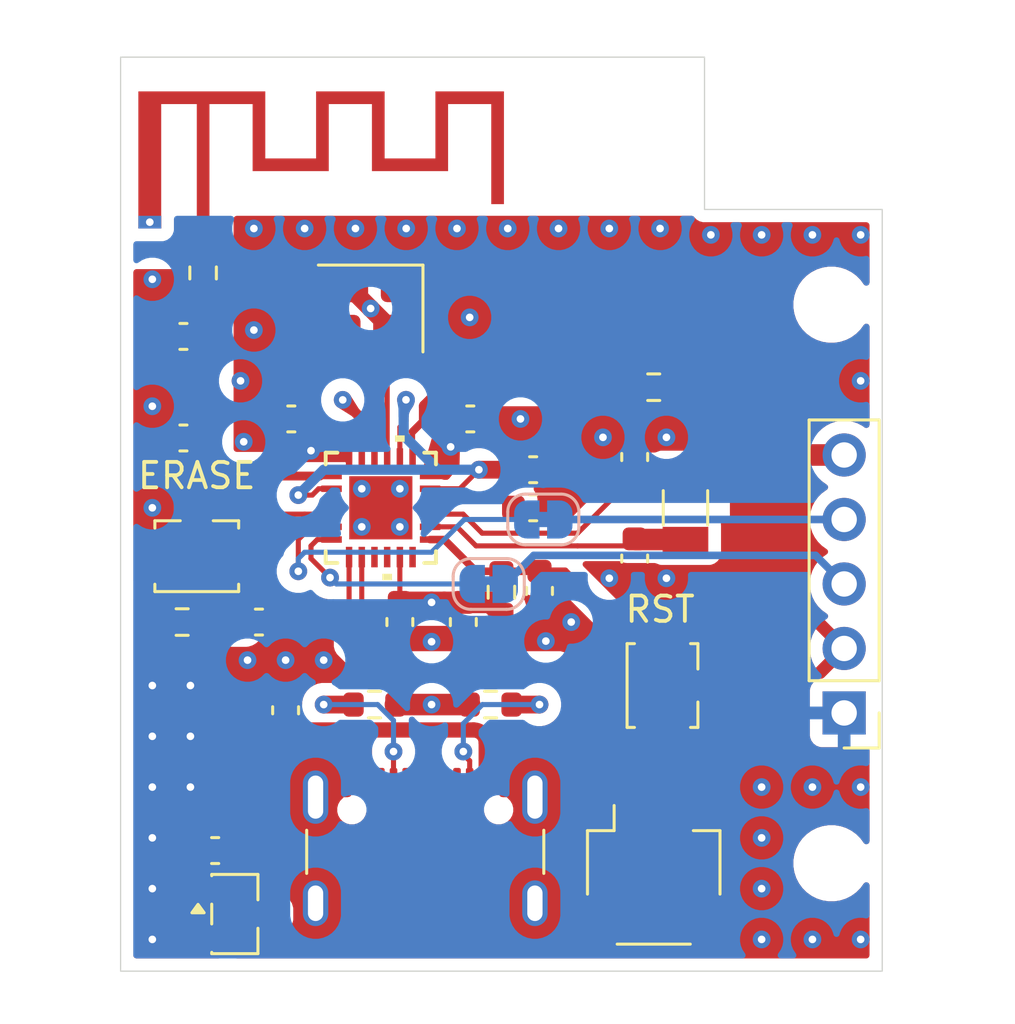
<source format=kicad_pcb>
(kicad_pcb (version 20241229) (generator "pcbnew") (generator_version "9.0")
  (layers (0 "F.Cu" signal) (4 "In1.Cu" signal) (6 "In2.Cu" signal) (2 "B.Cu" signal) (13 "F.Paste" user) (15 "B.Paste" user) (5 "F.SilkS" user "F.Silkscreen") (7 "B.SilkS" user "B.Silkscreen") (1 "F.Mask" user) (3 "B.Mask" user) (25 "Edge.Cuts" user))
  (net 0 "")
  (net 1 "+3V3")
  (net 2 "GND")
  (net 3 "Net-(U1-X48P)")
  (net 4 "Net-(U1-X48N)")
  (net 5 "Net-(U1-VDDD)")
  (net 6 "Net-(U1-DIO3_X32P)")
  (net 7 "Net-(U1-DIO4_X32N)")
  (net 8 "Net-(U1-RSTN)")
  (net 9 "/RF_MCU")
  (net 10 "/RF_IMP_MATCH")
  (net 11 "/RF_ANTENNA")
  (net 12 "Net-(J2-Pin_1)")
  (net 13 "Net-(J2-Pin_2)")
  (net 20 "+VBUS")
  (net 24 "/+VDDR")
  (net 25 "/CC2")
  (net 26 "/CC1")
  (net 27 "/UART_RX")
  (net 28 "/UART_TX")
  (net 29 "/SEN_OUT")
  (net 30 "/SEN_OUT_MCU")
  (net 31 "/UART_RX_OUT")
  (net 32 "/UART_TX_OUT")
  (net 33 "/ERASE")
  (footprint "Capacitor_SMD:C_0603_1608Metric" (layer "F.Cu") (at 150 104.25 -90)
    (property "Reference" "C2" (hide yes))
    (property "Value" "0u1")
    (pad "1" smd roundrect (at -0.775 0 270) (size 0.9 0.95) (layers "F.Cu" "F.Mask" "F.Paste") (net 1 "+3V3"))
    (pad "2" smd roundrect (at 0.775 0 270) (size 0.9 0.95) (layers "F.Cu" "F.Mask" "F.Paste") (net 2 "GND"))
  )
  (footprint "Crystal:Crystal_SMD_3225-4Pin_3.2x2.5mm" (layer "F.Cu") (at 148.85 91.9 180)
    (property "Reference" "Y1" (hide yes))
    (property "Value" "48M")
    (pad "1" smd roundrect (at -1.1 0.85 180) (size 1.4 1.2) (layers "F.Cu" "F.Mask" "F.Paste") (roundrect_rratio 0.208333) (net 3 "Net-(U1-X48P)"))
    (pad "2" smd roundrect (at 1.1 0.85 180) (size 1.4 1.2) (layers "F.Cu" "F.Mask" "F.Paste") (roundrect_rratio 0.208333) (net 2 "GND"))
    (pad "3" smd roundrect (at 1.1 -0.85 180) (size 1.4 1.2) (layers "F.Cu" "F.Mask" "F.Paste") (roundrect_rratio 0.208333) (net 4 "Net-(U1-X48N)"))
    (pad "4" smd roundrect (at -1.1 -0.85 180) (size 1.4 1.2) (layers "F.Cu" "F.Mask" "F.Paste") (roundrect_rratio 0.208333) (net 2 "GND"))
  )
  (footprint "Capacitor_SMD:C_0603_1608Metric" (layer "F.Cu") (at 152.5 104.25 -90)
    (property "Reference" "C4" (hide yes))
    (property "Value" "10u")
    (pad "1" smd roundrect (at -0.775 0 270) (size 0.9 0.95) (layers "F.Cu" "F.Mask" "F.Paste") (net 1 "+3V3"))
    (pad "2" smd roundrect (at 0.775 0 270) (size 0.9 0.95) (layers "F.Cu" "F.Mask" "F.Paste") (net 2 "GND"))
  )
  (footprint "Resistor_SMD:R_0603_1608Metric" (layer "F.Cu") (at 154 103.075 -90)
    (property "Reference" "R1" (hide yes))
    (property "Value" "5k1")
    (pad "1" smd roundrect (at -0.825 0 270) (size 0.8 0.95) (layers "F.Cu" "F.Mask" "F.Paste") (net 8 "Net-(U1-RSTN)"))
    (pad "2" smd roundrect (at 0.825 0 270) (size 0.8 0.95) (layers "F.Cu" "F.Mask" "F.Paste") (net 1 "+3V3"))
  )
  (footprint "Capacitor_SMD:C_0603_1608Metric" (layer "F.Cu") (at 142.725 113.25)
    (property "Reference" "C8" (hide yes))
    (property "Value" "1u")
    (pad "1" smd roundrect (at -0.775 0) (size 0.9 0.95) (layers "F.Cu" "F.Mask" "F.Paste") (net 1 "+3V3"))
    (pad "2" smd roundrect (at 0.775 0) (size 0.9 0.95) (layers "F.Cu" "F.Mask" "F.Paste") (net 2 "GND"))
  )
  (footprint "Capacitor_SMD:C_0603_1608Metric" (layer "F.Cu") (at 155.5 103.025 -90)
    (property "Reference" "C13" (hide yes))
    (property "Value" "1u")
    (pad "1" smd roundrect (at -0.775 0 270) (size 0.9 0.95) (layers "F.Cu" "F.Mask" "F.Paste") (net 8 "Net-(U1-RSTN)"))
    (pad "2" smd roundrect (at 0.775 0 270) (size 0.9 0.95) (layers "F.Cu" "F.Mask" "F.Paste") (net 2 "GND"))
  )
  (footprint "Capacitor_SMD:C_0603_1608Metric" (layer "F.Cu") (at 141.475 97 180)
    (property "Reference" "C14" (hide yes))
    (property "Value" "1p5")
    (pad "1" smd roundrect (at -0.775 0 180) (size 0.9 0.95) (layers "F.Cu" "F.Mask" "F.Paste") (net 9 "/RF_MCU"))
    (pad "2" smd roundrect (at 0.775 0 180) (size 0.9 0.95) (layers "F.Cu" "F.Mask" "F.Paste") (net 2 "GND"))
  )
  (footprint "Connector_USB:USB_C_Receptacle_GCT_USB4105-xx-A_16P_TopMnt_Horizontal" (layer "F.Cu") (at 151 114.25)
    (property "Reference" "J3" (hide yes))
    (property "Value" "USB_C_Receptacle_USB2.0_16P")
    (pad "" np_thru_hole circle (at -2.89 -2.605) (size 0.65 0.65) (drill 0.65) (layers "*.Cu" "*.Mask"))
    (pad "" np_thru_hole circle (at 2.89 -2.605) (size 0.65 0.65) (drill 0.65) (layers "*.Cu" "*.Mask"))
    (pad "A1" smd roundrect (at -3.2 -3.68) (size 0.6 1.15) (layers "F.Cu" "F.Mask" "F.Paste") (net 2 "GND"))
    (pad "A4" smd roundrect (at -2.4 -3.68) (size 0.6 1.15) (layers "F.Cu" "F.Mask" "F.Paste") (net 20 "+VBUS"))
    (pad "A5" smd roundrect (at -1.25 -3.68) (size 0.3 1.15) (layers "F.Cu" "F.Mask" "F.Paste") (net 26 "/CC1"))
    (pad "A6" smd roundrect (at -0.25 -3.68) (size 0.3 1.15) (layers "F.Cu" "F.Mask" "F.Paste"))
    (pad "A7" smd roundrect (at 0.25 -3.68) (size 0.3 1.15) (layers "F.Cu" "F.Mask" "F.Paste"))
    (pad "A8" smd roundrect (at 1.25 -3.68) (size 0.3 1.15) (layers "F.Cu" "F.Mask" "F.Paste"))
    (pad "A9" smd roundrect (at 2.4 -3.68) (size 0.6 1.15) (layers "F.Cu" "F.Mask" "F.Paste") (net 20 "+VBUS"))
    (pad "A12" smd roundrect (at 3.2 -3.68) (size 0.6 1.15) (layers "F.Cu" "F.Mask" "F.Paste") (net 2 "GND"))
    (pad "B1" smd roundrect (at 3.2 -3.68) (size 0.6 1.15) (layers "F.Cu" "F.Mask" "F.Paste") (net 2 "GND"))
    (pad "B4" smd roundrect (at 2.4 -3.68) (size 0.6 1.15) (layers "F.Cu" "F.Mask" "F.Paste") (net 20 "+VBUS"))
    (pad "B5" smd roundrect (at 1.75 -3.68) (size 0.3 1.15) (layers "F.Cu" "F.Mask" "F.Paste") (net 25 "/CC2"))
    (pad "B6" smd roundrect (at 0.75 -3.68) (size 0.3 1.15) (layers "F.Cu" "F.Mask" "F.Paste"))
    (pad "B7" smd roundrect (at -0.75 -3.68) (size 0.3 1.15) (layers "F.Cu" "F.Mask" "F.Paste"))
    (pad "B8" smd roundrect (at -1.75 -3.68) (size 0.3 1.15) (layers "F.Cu" "F.Mask" "F.Paste"))
    (pad "B9" smd roundrect (at -2.4 -3.68) (size 0.6 1.15) (layers "F.Cu" "F.Mask" "F.Paste") (net 20 "+VBUS"))
    (pad "B12" smd roundrect (at -3.2 -3.68) (size 0.6 1.15) (layers "F.Cu" "F.Mask" "F.Paste") (net 2 "GND"))
    (pad "S1" thru_hole oval (at -4.32 -3.105) (size 1 2.1) (drill oval 0.6 1.7) (property pad_prop_heatsink) (layers "*.Cu" "*.Mask" "F.Paste") (net 2 "GND"))
    (pad "S1" thru_hole oval (at -4.32 1.075) (size 1 1.8) (drill oval 0.6 1.4) (property pad_prop_heatsink) (layers "*.Cu" "*.Mask" "F.Paste") (net 2 "GND"))
    (pad "S1" thru_hole oval (at 4.32 -3.105) (size 1 2.1) (drill oval 0.6 1.7) (property pad_prop_heatsink) (layers "*.Cu" "*.Mask" "F.Paste") (net 2 "GND"))
    (pad "S1" thru_hole oval (at 4.32 1.075) (size 1 1.8) (drill oval 0.6 1.4) (property pad_prop_heatsink) (layers "*.Cu" "*.Mask" "F.Paste") (net 2 "GND"))
  )
  (footprint "Capacitor_SMD:C_0603_1608Metric" (layer "F.Cu") (at 155.25 99.75 180)
    (property "Reference" "C7" (hide yes))
    (property "Value" "1u")
    (pad "1" smd roundrect (at -0.775 0 180) (size 0.9 0.95) (layers "F.Cu" "F.Mask" "F.Paste") (net 2 "GND"))
    (pad "2" smd roundrect (at 0.775 0 180) (size 0.9 0.95) (layers "F.Cu" "F.Mask" "F.Paste") (net 5 "Net-(U1-VDDD)"))
  )
  (footprint "RF_Antenna:Texas_SWRA117D_2.4GHz_Right" (layer "F.Cu") (at 142.25 88.5)
    (property "Reference" "J1" (hide yes))
    (property "Value" "Conn_Coaxial")
    (fp_poly (pts (xy 2.45 -2.51) (xy 4.45 -2.51) (xy 4.45 -5.15) (xy 7.15 -5.15) (xy 7.15 -2.51) (xy 9.15 -2.51) (xy 9.15 -5.15) (xy 11.85 -5.15) (xy 11.85 -0.71) (xy 11.35 -0.71) (xy 11.35 -4.65) (xy 9.65 -4.65) (xy 9.65 -2.01) (xy 6.65 -2.01) (xy 6.65 -4.65) (xy 4.95 -4.65) (xy 4.95 -2.01) (xy 1.95 -2.01) (xy 1.95 -4.65) (xy 0.25 -4.65) (xy 0.25 0.25) (xy -0.25 0.25) (xy -0.25 -4.65) (xy -1.65 -4.65) (xy -1.65 0.25) (xy -2.55 0.25) (xy -2.55 0.006785) (xy -2.247583 0.006785) (xy -2.237742 0.054395) (xy -2.213674 0.096797) (xy -2.175731 0.129581) (xy -2.167819 0.133935) (xy -2.125156 0.146043) (xy -2.076637 0.1453) (xy -2.031122 0.1324) (xy -2.012511 0.121787) (xy -1.978868 0.086553) (xy -1.958309 0.041368) (xy -1.951778 -0.008158) (xy -1.960218 -0.056417) (xy -1.977112 -0.088643) (xy -2.012372 -0.121313) (xy -2.057682 -0.141408) (xy -2.107267 -0.147982) (xy -2.155353 -0.140092) (xy -2.188245 -0.123186) (xy -2.223185 -0.086416) (xy -2.242847 -0.041622) (xy -2.247583 0.006785) (xy -2.55 0.006785) (xy -2.55 -5.15) (xy 2.45 -5.15) (xy 2.45 -2.51)) (fill yes) (layer "F.Cu"))
    (pad "1" connect rect (at 0 0) (size 0.5 0.5) (layers "F.Cu") (net 11 "/RF_ANTENNA"))
    (pad "2" thru_hole rect (at -2.1 0) (size 0.9 0.5) (drill 0.3) (layers "*.Cu") (net 2 "GND"))
  )
  (footprint "Resistor_SMD:R_0603_1608Metric" (layer "F.Cu") (at 160 95 180)
    (property "Reference" "R4" (hide yes))
    (property "Value" "5k1")
    (pad "1" smd roundrect (at -0.825 0 180) (size 0.8 0.95) (layers "F.Cu" "F.Mask" "F.Paste") (net 29 "/SEN_OUT"))
    (pad "2" smd roundrect (at 0.825 0 180) (size 0.8 0.95) (layers "F.Cu" "F.Mask" "F.Paste") (net 30 "/SEN_OUT_MCU"))
  )
  (footprint "Connector_PinHeader_2.54mm:PinHeader_1x05_P2.54mm_Vertical" (layer "F.Cu") (at 167.5 107.83 180)
    (property "Reference" "U2" (hide yes))
    (property "Value" "SEN0609")
    (pad "1" thru_hole rect (at 0 0 180) (size 1.7 1.7) (drill 1) (layers "*.Cu" "*.Mask") (net 1 "+3V3"))
    (pad "2" thru_hole circle (at 0 2.54 180) (size 1.7 1.7) (drill 1) (layers "*.Cu" "*.Mask") (net 2 "GND"))
    (pad "3" thru_hole circle (at 0 5.08 180) (size 1.7 1.7) (drill 1) (layers "*.Cu" "*.Mask") (net 32 "/UART_TX_OUT"))
    (pad "4" thru_hole circle (at 0 7.62 180) (size 1.7 1.7) (drill 1) (layers "*.Cu" "*.Mask") (net 31 "/UART_RX_OUT"))
    (pad "5" thru_hole circle (at 0 10.16 180) (size 1.7 1.7) (drill 1) (layers "*.Cu" "*.Mask") (net 29 "/SEN_OUT"))
  )
  (footprint "Capacitor_SMD:C_0603_1608Metric" (layer "F.Cu") (at 152.775 96.25)
    (property "Reference" "C3" (hide yes))
    (property "Value" "0u1")
    (pad "1" smd roundrect (at -0.775 0) (size 0.9 0.95) (layers "F.Cu" "F.Mask" "F.Paste") (net 1 "+3V3"))
    (pad "2" smd roundrect (at 0.775 0) (size 0.9 0.95) (layers "F.Cu" "F.Mask" "F.Paste") (net 2 "GND"))
  )
  (footprint "Package_TO_SOT_SMD:SOT-23-3" (layer "F.Cu") (at 143.5 115.75)
    (property "Reference" "U3" (hide yes))
    (property "Value" "XC6206P332MR-G")
    (pad "1" smd roundrect (at -1.1375 -0.95) (size 1.325 0.6) (layers "F.Cu" "F.Mask" "F.Paste") (net 2 "GND"))
    (pad "2" smd roundrect (at -1.1375 0.95) (size 1.325 0.6) (layers "F.Cu" "F.Mask" "F.Paste") (net 1 "+3V3"))
    (pad "3" smd roundrect (at 1.1375 0) (size 1.325 0.6) (layers "F.Cu" "F.Mask" "F.Paste") (net 20 "+VBUS"))
  )
  (footprint "Inductor_SMD:L_0402_1005Metric" (layer "F.Cu") (at 142.25 95 90)
    (property "Reference" "L2" (hide yes))
    (property "Value" "2n8")
    (pad "1" smd roundrect (at -0.485 0 90) (size 0.59 0.64) (layers "F.Cu" "F.Mask" "F.Paste") (net 9 "/RF_MCU"))
    (pad "2" smd roundrect (at 0.485 0 90) (size 0.59 0.64) (layers "F.Cu" "F.Mask" "F.Paste") (net 10 "/RF_IMP_MATCH"))
  )
  (footprint "Capacitor_SMD:C_0603_1608Metric" (layer "F.Cu") (at 145.725 96.25 180)
    (property "Reference" "C1" (hide yes))
    (property "Value" "0u1")
    (pad "1" smd roundrect (at -0.775 0 180) (size 0.9 0.95) (layers "F.Cu" "F.Mask" "F.Paste") (net 1 "+3V3"))
    (pad "2" smd roundrect (at 0.775 0 180) (size 0.9 0.95) (layers "F.Cu" "F.Mask" "F.Paste") (net 2 "GND"))
  )
  (footprint "Resistor_SMD:R_0603_1608Metric" (layer "F.Cu") (at 153.575 107.5)
    (property "Reference" "R2" (hide yes))
    (property "Value" "5k1")
    (pad "1" smd roundrect (at -0.825 0) (size 0.8 0.95) (layers "F.Cu" "F.Mask" "F.Paste") (net 2 "GND"))
    (pad "2" smd roundrect (at 0.825 0) (size 0.8 0.95) (layers "F.Cu" "F.Mask" "F.Paste") (net 25 "/CC2"))
  )
  (footprint "Resistor_SMD:R_0603_1608Metric" (layer "F.Cu") (at 149 107.5 180)
    (property "Reference" "R3" (hide yes))
    (property "Value" "5k1")
    (pad "1" smd roundrect (at -0.825 0 180) (size 0.8 0.95) (layers "F.Cu" "F.Mask" "F.Paste") (net 2 "GND") (thermal_gap 0.25))
    (pad "2" smd roundrect (at 0.825 0 180) (size 0.8 0.95) (layers "F.Cu" "F.Mask" "F.Paste") (net 26 "/CC1"))
  )
  (footprint "footprints:VQFN24_RGE-B_TEX" (layer "F.Cu") (at 149.25 99.75)
    (property "Reference" "U1" (hide yes))
    (property "Value" "CC2340R52E0RGER")
    (pad "1" smd rect (at -1.9407 -1.250315 90) (size 0.2548 0.807999) (layers "F.Cu" "F.Mask" "F.Paste") (net 9 "/RF_MCU"))
    (pad "2" smd rect (at -1.9407 -0.750189 90) (size 0.2548 0.807999) (layers "F.Cu" "F.Mask" "F.Paste") (net 24 "/+VDDR"))
    (pad "3" smd rect (at -1.9407 -0.250063 90) (size 0.2548 0.807999) (layers "F.Cu" "F.Mask" "F.Paste"))
    (pad "4" smd rect (at -1.9407 0.250063 90) (size 0.2548 0.807999) (layers "F.Cu" "F.Mask" "F.Paste") (net 33 "/ERASE"))
    (pad "5" smd rect (at -1.9407 0.750189 90) (size 0.2548 0.807999) (layers "F.Cu" "F.Mask" "F.Paste") (net 27 "/UART_RX"))
    (pad "6" smd rect (at -1.9407 1.250315 90) (size 0.2548 0.807999) (layers "F.Cu" "F.Mask" "F.Paste") (net 28 "/UART_TX"))
    (pad "7" smd rect (at -1.250315 1.9407) (size 0.2548 0.807999) (layers "F.Cu" "F.Mask" "F.Paste") (net 12 "Net-(J2-Pin_1)"))
    (pad "8" smd rect (at -0.750189 1.9407) (size 0.2548 0.807999) (layers "F.Cu" "F.Mask" "F.Paste") (net 13 "Net-(J2-Pin_2)"))
    (pad "9" smd rect (at -0.250063 1.9407) (size 0.2548 0.807999) (layers "F.Cu" "F.Mask" "F.Paste"))
    (pad "10" smd rect (at 0.250063 1.9407) (size 0.2548 0.807999) (layers "F.Cu" "F.Mask" "F.Paste"))
    (pad "11" smd rect (at 0.750189 1.9407) (size 0.2548 0.807999) (layers "F.Cu" "F.Mask" "F.Paste") (net 1 "+3V3"))
    (pad "12" smd rect (at 1.250315 1.9407) (size 0.2548 0.807999) (layers "F.Cu" "F.Mask" "F.Paste"))
    (pad "13" smd rect (at 1.9407 1.250315 90) (size 0.2548 0.807999) (layers "F.Cu" "F.Mask" "F.Paste") (net 8 "Net-(U1-RSTN)"))
    (pad "14" smd rect (at 1.9407 0.750189 90) (size 0.2548 0.807999) (layers "F.Cu" "F.Mask" "F.Paste") (net 6 "Net-(U1-DIO3_X32P)"))
    (pad "15" smd rect (at 1.9407 0.250063 90) (size 0.2548 0.807999) (layers "F.Cu" "F.Mask" "F.Paste") (net 7 "Net-(U1-DIO4_X32N)"))
    (pad "16" smd rect (at 1.9407 -0.250063 90) (size 0.2548 0.807999) (layers "F.Cu" "F.Mask" "F.Paste") (net 5 "Net-(U1-VDDD)"))
    (pad "17" smd rect (at 1.9407 -0.750189 90) (size 0.2548 0.807999) (layers "F.Cu" "F.Mask" "F.Paste") (net 24 "/+VDDR"))
    (pad "18" smd rect (at 1.9407 -1.250315 90) (size 0.2548 0.807999) (layers "F.Cu" "F.Mask" "F.Paste") (net 1 "+3V3"))
    (pad "19" smd rect (at 1.250315 -1.9407) (size 0.2548 0.807999) (layers "F.Cu" "F.Mask" "F.Paste") (net 30 "/SEN_OUT_MCU"))
    (pad "20" smd rect (at 0.750189 -1.9407) (size 0.2548 0.807999) (layers "F.Cu" "F.Mask" "F.Paste") (net 24 "/+VDDR"))
    (pad "21" smd rect (at 0.250063 -1.9407) (size 0.2548 0.807999) (layers "F.Cu" "F.Mask" "F.Paste") (net 3 "Net-(U1-X48P)"))
    (pad "22" smd rect (at -0.250063 -1.9407) (size 0.2548 0.807999) (layers "F.Cu" "F.Mask" "F.Paste") (net 4 "Net-(U1-X48N)"))
    (pad "23" smd rect (at -0.750189 -1.9407) (size 0.2548 0.807999) (layers "F.Cu" "F.Mask" "F.Paste") (net 2 "GND"))
    (pad "24" smd rect (at -1.250315 -1.9407) (size 0.2548 0.807999) (layers "F.Cu" "F.Mask" "F.Paste") (net 1 "+3V3"))
    (pad "25" smd rect (at 0 0) (size 2.4892 2.4892) (layers "F.Cu" "F.Mask" "F.Paste") (net 2 "GND"))
  )
  (footprint "Capacitor_SMD:C_0603_1608Metric" (layer "F.Cu") (at 159.25 101.75 -90)
    (property "Reference" "C11" (hide yes))
    (property "Value" "15p")
    (pad "1" smd roundrect (at -0.775 0 270) (size 0.9 0.95) (layers "F.Cu" "F.Mask" "F.Paste") (net 6 "Net-(U1-DIO3_X32P)"))
    (pad "2" smd roundrect (at 0.775 0 270) (size 0.9 0.95) (layers "F.Cu" "F.Mask" "F.Paste") (net 2 "GND"))
  )
  (footprint "Capacitor_SMD:C_0603_1608Metric" (layer "F.Cu") (at 155.25 98.25)
    (property "Reference" "C10" (hide yes))
    (property "Value" "10u")
    (pad "1" smd roundrect (at -0.775 0) (size 0.9 0.95) (layers "F.Cu" "F.Mask" "F.Paste") (net 24 "/+VDDR"))
    (pad "2" smd roundrect (at 0.775 0) (size 0.9 0.95) (layers "F.Cu" "F.Mask" "F.Paste") (net 2 "GND"))
  )
  (footprint "Resistor_SMD:R_0603_1608Metric" (layer "F.Cu") (at 141.425 104.25 180)
    (property "Reference" "R5" (hide yes))
    (property "Value" "5k1")
    (pad "1" smd roundrect (at -0.825 0 180) (size 0.8 0.95) (layers "F.Cu" "F.Mask" "F.Paste") (net 33 "/ERASE"))
    (pad "2" smd roundrect (at 0.825 0 180) (size 0.8 0.95) (layers "F.Cu" "F.Mask" "F.Paste") (net 1 "+3V3"))
  )
  (footprint "Button_Switch_SMD:SW_SPST_B3U-1100P" (layer "F.Cu") (at 142 100.83 180)
    (property "Reference" "SW2" (hide yes))
    (property "Value" "SW_Push")
    (property "Label" "ERASE" (at 0 2.34256 0) (layer "F.SilkS"))
    (pad "1" smd rect (at -1.7 -0.82 180) (size 0.9 1.7) (layers "F.Cu" "F.Mask" "F.Paste") (net 33 "/ERASE"))
    (pad "2" smd rect (at 1.7 -0.82 180) (size 0.9 1.7) (layers "F.Cu" "F.Mask" "F.Paste") (net 2 "GND"))
    (pad "3" smd rect (at 0 0.82 180) (size 0.8 1.1) (layers "F.Cu" "F.Mask" "F.Paste"))
  )
  (footprint "Capacitor_SMD:C_0603_1608Metric" (layer "F.Cu") (at 144.45 104.25)
    (property "Reference" "C17" (hide yes))
    (property "Value" "1u")
    (pad "1" smd roundrect (at -0.775 0) (size 0.9 0.95) (layers "F.Cu" "F.Mask" "F.Paste") (net 33 "/ERASE"))
    (pad "2" smd roundrect (at 0.775 0) (size 0.9 0.95) (layers "F.Cu" "F.Mask" "F.Paste") (net 2 "GND"))
  )
  (footprint "Capacitor_SMD:C_0603_1608Metric" (layer "F.Cu") (at 159.25 97.75 90)
    (property "Reference" "C12" (hide yes))
    (property "Value" "15p")
    (pad "1" smd roundrect (at -0.775 0 90) (size 0.9 0.95) (layers "F.Cu" "F.Mask" "F.Paste") (net 7 "Net-(U1-DIO4_X32N)"))
    (pad "2" smd roundrect (at 0.775 0 90) (size 0.9 0.95) (layers "F.Cu" "F.Mask" "F.Paste") (net 2 "GND"))
  )
  (footprint "Resistor_SMD:R_0603_1608Metric" (layer "F.Cu") (at 142.25 90.5 -90)
    (property "Reference" "R6" (hide yes))
    (property "Value" "0")
    (pad "1" smd roundrect (at -0.825 0 270) (size 0.8 0.95) (layers "F.Cu" "F.Mask" "F.Paste") (net 11 "/RF_ANTENNA"))
    (pad "2" smd roundrect (at 0.825 0 270) (size 0.8 0.95) (layers "F.Cu" "F.Mask" "F.Paste") (net 10 "/RF_IMP_MATCH"))
  )
  (footprint "Capacitor_SMD:C_0603_1608Metric" (layer "F.Cu") (at 145.5 107.725 90)
    (property "Reference" "C9" (hide yes))
    (property "Value" "1u")
    (pad "1" smd roundrect (at -0.775 0 90) (size 0.9 0.95) (layers "F.Cu" "F.Mask" "F.Paste") (net 20 "+VBUS"))
    (pad "2" smd roundrect (at 0.775 0 90) (size 0.9 0.95) (layers "F.Cu" "F.Mask" "F.Paste") (net 2 "GND"))
  )
  (footprint "Connector_JST:JST_SH_SM03B-SRSS-TB_1x03-1MP_P1.00mm_Horizontal" (layer "F.Cu") (at 160 114.25)
    (property "Reference" "J2" (hide yes))
    (property "Value" "Conn_01x03_MountingPin")
    (pad "1" smd roundrect (at -1 -2) (size 0.6 1.55) (layers "F.Cu" "F.Mask" "F.Paste") (net 12 "Net-(J2-Pin_1)"))
    (pad "2" smd roundrect (at 0 -2) (size 0.6 1.55) (layers "F.Cu" "F.Mask" "F.Paste") (net 13 "Net-(J2-Pin_2)"))
    (pad "3" smd roundrect (at 1 -2) (size 0.6 1.55) (layers "F.Cu" "F.Mask" "F.Paste") (net 2 "GND"))
    (pad "MP" smd roundrect (at -2.3 1.875) (size 1.2 1.8) (layers "F.Cu" "F.Mask" "F.Paste") (roundrect_rratio 0.208333) (net 2 "GND"))
    (pad "MP" smd roundrect (at 2.3 1.875) (size 1.2 1.8) (layers "F.Cu" "F.Mask" "F.Paste") (roundrect_rratio 0.208333) (net 2 "GND"))
  )
  (footprint "MountingHole:MountingHole_2.5mm" (layer "F.Cu") (at 167 113.75 90)
    (property "Reference" "H2" (hide yes))
    (property "Value" "MountingHole")
    (pad "" np_thru_hole circle (at 0 0 90) (size 2.5 2.5) (drill 2.5) (layers "*.Cu" "*.Mask"))
  )
  (footprint "Crystal:Crystal_SMD_3215-2Pin_3.2x1.5mm" (layer "F.Cu") (at 161.25 99.75 -90)
    (property "Reference" "Y2" (hide yes))
    (property "Value" "32k768")
    (pad "1" smd rect (at 1.25 0 270) (size 1 1.8) (layers "F.Cu" "F.Mask" "F.Paste") (net 6 "Net-(U1-DIO3_X32P)"))
    (pad "2" smd rect (at -1.25 0 270) (size 1 1.8) (layers "F.Cu" "F.Mask" "F.Paste") (net 7 "Net-(U1-DIO4_X32N)"))
  )
  (footprint "MountingHole:MountingHole_2.5mm" (layer "F.Cu") (at 167 91.75 90)
    (property "Reference" "H1" (hide yes))
    (property "Value" "MountingHole")
    (pad "" np_thru_hole circle (at 0 0 90) (size 2.5 2.5) (drill 2.5) (layers "*.Cu" "*.Mask"))
  )
  (footprint "Button_Switch_SMD:SW_SPST_B3U-1100P" (layer "F.Cu") (at 161.17 106.75 90)
    (property "Reference" "SW1" (hide yes))
    (property "Value" "SW_Push")
    (property "Label" "RST" (at 3 -0.92 0) (layer "F.SilkS"))
    (pad "1" smd rect (at -1.7 -0.82 90) (size 0.9 1.7) (layers "F.Cu" "F.Mask" "F.Paste") (net 2 "GND"))
    (pad "2" smd rect (at 1.7 -0.82 90) (size 0.9 1.7) (layers "F.Cu" "F.Mask" "F.Paste") (net 8 "Net-(U1-RSTN)"))
    (pad "3" smd rect (at 0 0.82 90) (size 0.8 1.1) (layers "F.Cu" "F.Mask" "F.Paste"))
  )
  (footprint "Capacitor_SMD:C_0603_1608Metric" (layer "F.Cu") (at 141.475 93 180)
    (property "Reference" "C15" (hide yes))
    (property "Value" "1p5")
    (pad "1" smd roundrect (at -0.775 0 180) (size 0.9 0.95) (layers "F.Cu" "F.Mask" "F.Paste") (net 10 "/RF_IMP_MATCH"))
    (pad "2" smd roundrect (at 0.775 0 180) (size 0.9 0.95) (layers "F.Cu" "F.Mask" "F.Paste") (net 2 "GND"))
  )
  (footprint "Jumper:SolderJumper-2_P1.3mm_Bridged_RoundedPad1.0x1.5mm" (layer "B.Cu") (at 155.65 100.21)
    (property "Reference" "JP1" (hide yes))
    (property "Value" "SolderJumper_2_Bridged")
    (fp_poly (pts (xy 0.25 0.3) (xy -0.25 0.3) (xy -0.25 -0.3) (xy 0.25 -0.3)) (fill yes) (layer "B.Cu"))
    (pad "1" smd custom (at -0.65 0) (size 1 0.5) (layers "B.Cu" "B.Mask") (net 27 "/UART_RX") (options (clearance outline) (anchor rect)) (primitives (gr_circle (center 0 -0.25) (end 0.5 -0.25) (width 0) (fill yes)) (gr_circle (center 0 0.25) (end 0.5 0.25) (width 0) (fill yes)) (gr_poly (pts (xy 0.5 -0.75) (xy 0 -0.75) (xy 0 0.75) (xy 0.5 0.75)) (width 0) (fill yes))))
    (pad "2" smd custom (at 0.65 0) (size 1 0.5) (layers "B.Cu" "B.Mask") (net 31 "/UART_RX_OUT") (options (clearance outline) (anchor rect)) (primitives (gr_circle (center 0 -0.25) (end 0.5 -0.25) (width 0) (fill yes)) (gr_circle (center 0 0.25) (end 0.5 0.25) (width 0) (fill yes)) (gr_poly (pts (xy 0 -0.75) (xy -0.5 -0.75) (xy -0.5 0.75) (xy 0 0.75)) (width 0) (fill yes))))
  )
  (footprint "Jumper:SolderJumper-2_P1.3mm_Bridged_RoundedPad1.0x1.5mm" (layer "B.Cu") (at 153.5 102.75)
    (property "Reference" "JP2" (hide yes))
    (property "Value" "SolderJumper_2_Bridged")
    (fp_poly (pts (xy 0.25 0.3) (xy -0.25 0.3) (xy -0.25 -0.3) (xy 0.25 -0.3)) (fill yes) (layer "B.Cu"))
    (pad "1" smd custom (at -0.65 0) (size 1 0.5) (layers "B.Cu" "B.Mask") (net 28 "/UART_TX") (options (clearance outline) (anchor rect)) (primitives (gr_circle (center 0 -0.25) (end 0.5 -0.25) (width 0) (fill yes)) (gr_circle (center 0 0.25) (end 0.5 0.25) (width 0) (fill yes)) (gr_poly (pts (xy 0.5 -0.75) (xy 0 -0.75) (xy 0 0.75) (xy 0.5 0.75)) (width 0) (fill yes))))
    (pad "2" smd custom (at 0.65 0) (size 1 0.5) (layers "B.Cu" "B.Mask") (net 32 "/UART_TX_OUT") (options (clearance outline) (anchor rect)) (primitives (gr_circle (center 0 -0.25) (end 0.5 -0.25) (width 0) (fill yes)) (gr_circle (center 0 0.25) (end 0.5 0.25) (width 0) (fill yes)) (gr_poly (pts (xy 0 -0.75) (xy -0.5 -0.75) (xy -0.5 0.75) (xy 0 0.75)) (width 0) (fill yes))))
  )
  (gr_poly (pts (xy 139 82) (xy 162 82) (xy 162 88) (xy 169 88) (xy 169 118) (xy 139 118)) (stroke (width 0.05)) (fill no) (layer "Edge.Cuts"))
  (segment (start 151.75 103.475) (end 151.25 103.475) (width 0.85) (layer "F.Cu") (net 1))
  (segment (start 151.75 103.475) (end 153.575 103.475) (width 0.85) (layer "F.Cu") (net 1))
  (segment (start 150.000189 103.474811) (end 150 103.475) (width 0.2) (layer "F.Cu") (net 1))
  (segment (start 151.25 103.475) (end 150 103.475) (width 0.85) (layer "F.Cu") (net 1))
  (segment (start 150.000189 101.6907) (end 150.000189 103.474811) (width 0.2) (layer "F.Cu") (net 1))
  (segment (start 153.575 103.475) (end 154 103.9) (width 0.85) (layer "F.Cu") (net 1))
  (via (at 146.5 97.5) (size 0.7) (drill 0.3) (layers "F.Cu" "B.Cu") (net 1))
  (via (at 140.25 106.75) (size 0.7) (drill 0.3) (layers "F.Cu" "B.Cu") (net 1))
  (via (at 140.25 116.75) (size 0.7) (drill 0.3) (layers "F.Cu" "B.Cu") (net 1))
  (via (at 152 97.35) (size 0.7) (drill 0.3) (layers "F.Cu" "B.Cu") (net 1))
  (via (at 140.25 114.75) (size 0.7) (drill 0.3) (layers "F.Cu" "B.Cu") (net 1))
  (via (at 140.25 110.75) (size 0.7) (drill 0.3) (layers "F.Cu" "B.Cu") (net 1))
  (via (at 141.75 110.75) (size 0.7) (drill 0.3) (layers "F.Cu" "B.Cu") (net 1))
  (via (at 140.25 112.75) (size 0.7) (drill 0.3) (layers "F.Cu" "B.Cu") (net 1))
  (via (at 140.25 108.75) (size 0.7) (drill 0.3) (layers "F.Cu" "B.Cu") (net 1))
  (via (at 151.25 103.475) (size 0.7) (drill 0.3) (layers "F.Cu" "B.Cu") (net 1))
  (via (at 141.75 106.75) (size 0.7) (drill 0.3) (layers "F.Cu" "B.Cu") (net 1))
  (via (at 141.75 108.75) (size 0.7) (drill 0.3) (layers "F.Cu" "B.Cu") (net 1))
  (segment (start 148 91.05) (end 147.75 91.05) (width 0.7) (layer "F.Cu") (net 2))
  (segment (start 143.526 116.27619) (end 143.526 116.75) (width 0.6) (layer "F.Cu") (net 2))
  (segment (start 143.474 115.274) (end 143.474 116.22419) (width 0.6) (layer "F.Cu") (net 2))
  (segment (start 143.474 116.22419) (end 143.526 116.27619) (width 0.6) (layer "F.Cu") (net 2))
  (segment (start 149.825 107.5) (end 152.75 107.5) (width 0.85) (layer "F.Cu") (net 2))
  (segment (start 149.7 92.75) (end 149.95 92.75) (width 0.7) (layer "F.Cu") (net 2))
  (segment (start 148.85 91.9) (end 149.7 92.75) (width 0.7) (layer "F.Cu") (net 2))
  (segment (start 142.3625 114.8) (end 143 114.8) (width 0.6) (layer "F.Cu") (net 2))
  (segment (start 147.75 95.5) (end 148.499811 96.249811) (width 0.4) (layer "F.Cu") (net 2))
  (segment (start 148.499811 97.25) (end 148.499811 97.8093) (width 0.2) (layer "F.Cu") (net 2))
  (segment (start 143.5 114.3) (end 143.5 113.25) (width 0.6) (layer "F.Cu") (net 2))
  (segment (start 148.499811 96.249811) (end 148.499811 97.25) (width 0.4) (layer "F.Cu") (net 2))
  (segment (start 143.526 116.75) (end 146.68 116.75) (width 0.6) (layer "F.Cu") (net 2))
  (segment (start 146.68 116.75) (end 146.68 115.325) (width 0.6) (layer "F.Cu") (net 2))
  (segment (start 148.85 91.9) (end 148 91.05) (width 0.7) (layer "F.Cu") (net 2))
  (segment (start 143 114.8) (end 143.474 115.274) (width 0.6) (layer "F.Cu") (net 2))
  (via (at 150.25 88.75) (size 0.7) (drill 0.3) (layers "F.Cu" "B.Cu") (net 2))
  (via (at 151.25 105.025) (size 0.7) (drill 0.3) (layers "F.Cu" "B.Cu") (net 2))
  (via (at 147.75 95.5) (size 0.7) (drill 0.3) (layers "F.Cu" "B.Cu") (net 2))
  (via (at 154.75 96.25) (size 0.7) (drill 0.3) (layers "F.Cu" "B.Cu") (net 2))
  (via (at 147 105.75) (size 0.7) (drill 0.3) (layers "F.Cu" "B.Cu") (net 2))
  (via (at 160.5 96.975) (size 0.7) (drill 0.3) (layers "F.Cu" "B.Cu") (net 2))
  (via (at 144 105.75) (size 0.7) (drill 0.3) (layers "F.Cu" "B.Cu") (net 2))
  (via (at 148.5 99) (size 0.7) (drill 0.3) (layers "F.Cu" "B.Cu") (net 2))
  (via (at 164.25 110.75) (size 0.7) (drill 0.3) (layers "F.Cu" "B.Cu") (net 2))
  (via (at 168.15 89) (size 0.7) (drill 0.3) (layers "F.Cu" "B.Cu") (net 2))
  (via (at 145.5 105.75) (size 0.7) (drill 0.3) (layers "F.Cu" "B.Cu") (net 2))
  (via (at 140.25 90.75) (size 0.7) (drill 0.3) (layers "F.Cu" "B.Cu") (net 2))
  (via (at 156.75 104.25) (size 0.7) (drill 0.3) (layers "F.Cu" "B.Cu") (net 2))
  (via (at 152.75 92.25) (size 0.7) (drill 0.3) (layers "F.Cu" "B.Cu") (net 2))
  (via (at 151.25 107.5) (size 0.7) (drill 0.3) (layers "F.Cu" "B.Cu") (net 2))
  (via (at 164.25 114.75) (size 0.7) (drill 0.3) (layers "F.Cu" "B.Cu") (net 2))
  (via (at 164.25 89) (size 0.7) (drill 0.3) (layers "F.Cu" "B.Cu") (net 2))
  (via (at 160.5 102.525) (size 0.7) (drill 0.3) (layers "F.Cu" "B.Cu") (net 2))
  (via (at 164.25 112.75) (size 0.7) (drill 0.3) (layers "F.Cu" "B.Cu") (net 2))
  (via (at 140.25 95.75) (size 0.7) (drill 0.3) (layers "F.Cu" "B.Cu") (net 2))
  (via (at 166.25 116.75) (size 0.7) (drill 0.3) (layers "F.Cu" "B.Cu") (net 2))
  (via (at 168.15 110.75) (size 0.7) (drill 0.3) (layers "F.Cu" "B.Cu") (net 2))
  (via (at 148.5 100.5) (size 0.7) (drill 0.3) (layers "F.Cu" "B.Cu") (net 2))
  (via (at 150 99) (size 0.7) (drill 0.3) (layers "F.Cu" "B.Cu") (net 2))
  (via (at 143.85 97.15) (size 0.7) (drill 0.3) (layers "F.Cu" "B.Cu") (net 2))
  (via (at 158.25 102.525) (size 0.7) (drill 0.3) (layers "F.Cu" "B.Cu") (net 2))
  (via (at 148.25 88.75) (size 0.7) (drill 0.3) (layers "F.Cu" "B.Cu") (net 2))
  (via (at 160.25 88.75) (size 0.7) (drill 0.3) (layers "F.Cu" "B.Cu") (net 2))
  (via (at 166.25 89) (size 0.7) (drill 0.3) (layers "F.Cu" "B.Cu") (net 2))
  (via (at 168.15 116.75) (size 0.7) (drill 0.3) (layers "F.Cu" "B.Cu") (net 2))
  (via (at 168.15 94.75) (size 0.7) (drill 0.3) (layers "F.Cu" "B.Cu") (net 2))
  (via (at 158.25 88.75) (size 0.7) (drill 0.3) (layers "F.Cu" "B.Cu") (net 2))
  (via (at 164.25 116.75) (size 0.7) (drill 0.3) (layers "F.Cu" "B.Cu") (net 2))
  (via (at 166.25 110.75) (size 0.7) (drill 0.3) (layers "F.Cu" "B.Cu") (net 2))
  (via (at 146.25 88.75) (size 0.7) (drill 0.3) (layers "F.Cu" "B.Cu") (net 2))
  (via (at 162.25 89) (size 0.7) (drill 0.3) (layers "F.Cu" "B.Cu") (net 2))
  (via (at 150 100.5) (size 0.7) (drill 0.3) (layers "F.Cu" "B.Cu") (net 2))
  (via (at 143.725 94.75) (size 0.7) (drill 0.3) (layers "F.Cu" "B.Cu") (net 2))
  (via (at 152.25 88.75) (size 0.7) (drill 0.3) (layers "F.Cu" "B.Cu") (net 2))
  (via (at 156.25 88.75) (size 0.7) (drill 0.3) (layers "F.Cu" "B.Cu") (net 2))
  (via (at 144.25 88.75) (size 0.7) (drill 0.3) (layers "F.Cu" "B.Cu") (net 2))
  (via (at 154.25 88.75) (size 0.7) (drill 0.3) (layers "F.Cu" "B.Cu") (net 2))
  (via (at 148.85 91.9) (size 0.7) (drill 0.3) (layers "F.Cu" "B.Cu") (net 2))
  (via (at 155.75 105) (size 0.7) (drill 0.3) (layers "F.Cu" "B.Cu") (net 2))
  (via (at 140.25 99.75) (size 0.7) (drill 0.3) (layers "F.Cu" "B.Cu") (net 2))
  (via (at 158 96.975) (size 0.7) (drill 0.3) (layers "F.Cu" "B.Cu") (net 2))
  (via (at 144.25 92.75) (size 0.7) (drill 0.3) (layers "F.Cu" "B.Cu") (net 2))
  (arc (start 143.5 114.3) (mid 143.353553 114.653553) (end 143 114.8) (width 0.6) (layer "F.Cu") (net 2))
  (segment (start 149.500063 97.8093) (end 149.500063 94.749937) (width 0.2) (layer "F.Cu") (net 3))
  (segment (start 149.500063 94.749937) (end 150 94.25) (width 0.2) (layer "F.Cu") (net 3))
  (segment (start 151.25 91.75) (end 150.55 91.05) (width 0.2) (layer "F.Cu") (net 3))
  (segment (start 150 94.25) (end 150.75 94.25) (width 0.2) (layer "F.Cu") (net 3))
  (segment (start 151.25 93.75) (end 151.25 91.75) (width 0.2) (layer "F.Cu") (net 3))
  (segment (start 150.75 94.25) (end 151.25 93.75) (width 0.2) (layer "F.Cu") (net 3))
  (segment (start 150.55 91.05) (end 149.95 91.05) (width 0.2) (layer "F.Cu") (net 3))
  (segment (start 147.75 93.5) (end 147.75 92.75) (width 0.2) (layer "F.Cu") (net 4))
  (segment (start 148.999937 97.8093) (end 148.999937 94.749937) (width 0.2) (layer "F.Cu") (net 4))
  (segment (start 148.999937 94.749937) (end 147.75 93.5) (width 0.2) (layer "F.Cu") (net 4))
  (segment (start 154.475 99.75) (end 154.224937 99.499937) (width 0.2) (layer "F.Cu") (net 5))
  (segment (start 154.224937 99.499937) (end 151.1907 99.499937) (width 0.2) (layer "F.Cu") (net 5))
  (segment (start 153 101.25) (end 152.250189 100.500189) (width 0.2) (layer "F.Cu") (net 6))
  (segment (start 158.975 101.25) (end 157 101.25) (width 0.2) (layer "F.Cu") (net 6))
  (segment (start 159.275 101) (end 159.25 100.975) (width 0.2) (layer "F.Cu") (net 6))
  (segment (start 152.250189 100.500189) (end 151.1907 100.500189) (width 0.2) (layer "F.Cu") (net 6))
  (segment (start 159.25 100.975) (end 158.975 101.25) (width 0.2) (layer "F.Cu") (net 6))
  (segment (start 157 101.25) (end 153 101.25) (width 0.2) (layer "F.Cu") (net 6))
  (segment (start 161.25 101) (end 159.275 101) (width 0.85) (layer "F.Cu") (net 6))
  (segment (start 159.25 98.525) (end 159.225 98.525) (width 0.2) (layer "F.Cu") (net 7))
  (segment (start 159.225 98.525) (end 157 100.75) (width 0.2) (layer "F.Cu") (net 7))
  (segment (start 153.24184 100.75) (end 152.491903 100.000063) (width 0.2) (layer "F.Cu") (net 7))
  (segment (start 152.491903 100.000063) (end 151.1907 100.000063) (width 0.2) (layer "F.Cu") (net 7))
  (segment (start 159.275 98.5) (end 159.25 98.525) (width 0.85) (layer "F.Cu") (net 7))
  (segment (start 157 100.75) (end 153.24184 100.75) (width 0.2) (layer "F.Cu") (net 7))
  (segment (start 161.25 98.5) (end 159.275 98.5) (width 0.85) (layer "F.Cu") (net 7))
  (segment (start 151.1907 101.000315) (end 151.750315 101.000315) (width 0.3) (layer "F.Cu") (net 8))
  (segment (start 156.5 102.25) (end 159.3 105.05) (width 0.3) (layer "F.Cu") (net 8))
  (segment (start 153 102.25) (end 154 102.25) (width 0.3) (layer "F.Cu") (net 8))
  (segment (start 155.5 102.25) (end 156.5 102.25) (width 0.3) (layer "F.Cu") (net 8))
  (segment (start 151.750315 101.000315) (end 153 102.25) (width 0.3) (layer "F.Cu") (net 8))
  (segment (start 159.3 105.05) (end 160.35 105.05) (width 0.3) (layer "F.Cu") (net 8))
  (segment (start 154 102.25) (end 155.5 102.25) (width 0.3) (layer "F.Cu") (net 8))
  (segment (start 142.25 97) (end 142.25 95.485) (width 0.3493) (layer "F.Cu") (net 9))
  (segment (start 146.85 98.499685) (end 143.25 98.499685) (width 0.3493) (layer "F.Cu") (net 9))
  (segment (start 142.25 97.499685) (end 142.25 97) (width 0.3493) (layer "F.Cu") (net 9))
  (segment (start 147.3093 98.499685) (end 146.85 98.499685) (width 0.2) (layer "F.Cu") (net 9))
  (arc (start 143.25 98.499685) (mid 142.542893 98.206792) (end 142.25 97.499685) (width 0.3493) (layer "F.Cu") (net 9))
  (segment (start 142.25 93.025) (end 142.25 91.3) (width 0.3493) (layer "F.Cu") (net 10))
  (segment (start 142.25 94.515) (end 142.25 93) (width 0.3493) (layer "F.Cu") (net 10))
  (segment (start 142.25 89.75) (end 142.25 88.52925) (width 0.3493) (layer "F.Cu") (net 11))
  (segment (start 156 106.5) (end 157 107.5) (width 0.2) (layer "F.Cu") (net 12))
  (segment (start 157 109) (end 159 111) (width 0.2) (layer "F.Cu") (net 12))
  (segment (start 149.358225 106.5) (end 156 106.5) (width 0.2) (layer "F.Cu") (net 12))
  (segment (start 147.999685 101.6907) (end 147.999685 104.999685) (width 0.2) (layer "F.Cu") (net 12))
  (segment (start 159 111) (end 159 112.25) (width 0.2) (layer "F.Cu") (net 12))
  (segment (start 147.999685 104.999685) (end 148 105) (width 0.2) (layer "F.Cu") (net 12))
  (segment (start 157 107.5) (end 157 109) (width 0.2) (layer "F.Cu") (net 12))
  (segment (start 148 105.141775) (end 149.358225 106.5) (width 0.2) (layer "F.Cu") (net 12))
  (segment (start 148 105) (end 148 105.141775) (width 0.2) (layer "F.Cu") (net 12))
  (segment (start 157.5 107.25) (end 157.5 108.75) (width 0.2) (layer "F.Cu") (net 13))
  (segment (start 148.499811 101.6907) (end 148.499811 104.999811) (width 0.2) (layer "F.Cu") (net 13))
  (segment (start 149.5 106) (end 156.25 106) (width 0.2) (layer "F.Cu") (net 13))
  (segment (start 160 111.25) (end 160 112.25) (width 0.2) (layer "F.Cu") (net 13))
  (segment (start 157.5 108.75) (end 160 111.25) (width 0.2) (layer "F.Cu") (net 13))
  (segment (start 156.25 106) (end 157.5 107.25) (width 0.2) (layer "F.Cu") (net 13))
  (segment (start 148.499811 104.999811) (end 149.5 106) (width 0.2) (layer "F.Cu") (net 13))
  (segment (start 145.5 108.5) (end 144.6375 109.3625) (width 0.6) (layer "F.Cu") (net 20))
  (segment (start 153.4 110.57) (end 153.4 109) (width 0.6) (layer "F.Cu") (net 20))
  (segment (start 144.6375 109.3625) (end 144.6375 110.1125) (width 0.6) (layer "F.Cu") (net 20))
  (segment (start 144.6375 110.1125) (end 144.6375 115.75) (width 0.6) (layer "F.Cu") (net 20))
  (segment (start 152.9 108.5) (end 145.5 108.5) (width 0.6) (layer "F.Cu") (net 20))
  (segment (start 148.6 108.5) (end 148.6 110.57) (width 0.6) (layer "F.Cu") (net 20))
  (arc (start 153.4 109) (mid 153.253553 108.646447) (end 152.9 108.5) (width 0.6) (layer "F.Cu") (net 20))
  (segment (start 146 99.25) (end 146.55 99.25) (width 0.2) (layer "F.Cu") (net 24))
  (segment (start 152.362689 98.999811) (end 153.1125 98.25) (width 0.2) (layer "F.Cu") (net 24))
  (segment (start 146.55 99.25) (end 146.800189 98.999811) (width 0.2) (layer "F.Cu") (net 24))
  (segment (start 150.000189 96.574811) (end 150.000189 97.8093) (width 0.2) (layer "F.Cu") (net 24))
  (segment (start 153.1125 98.25) (end 154.475 98.25) (width 0.7) (layer "F.Cu") (net 24))
  (segment (start 146.800189 98.999811) (end 147.3093 98.999811) (width 0.2) (layer "F.Cu") (net 24))
  (segment (start 151.1907 98.999811) (end 152.362689 98.999811) (width 0.2) (layer "F.Cu") (net 24))
  (segment (start 150.241053 95.497018) (end 150.241053 96.333947) (width 0.2) (layer "F.Cu") (net 24))
  (segment (start 150.241053 96.333947) (end 150.000189 96.574811) (width 0.2) (layer "F.Cu") (net 24))
  (via (at 150.241053 95.497018) (size 0.7) (drill 0.3) (layers "F.Cu" "B.Cu") (net 24))
  (via (at 153.1125 98.25) (size 0.7) (drill 0.3) (layers "F.Cu" "B.Cu") (net 24))
  (via (at 146 99.25) (size 0.7) (drill 0.3) (layers "F.Cu" "B.Cu") (net 24))
  (segment (start 150.15 96.9) (end 151.5 98.25) (width 0.4) (layer "B.Cu") (net 24))
  (segment (start 150.241053 95.497018) (end 150.15 95.588071) (width 0.4) (layer "B.Cu") (net 24))
  (segment (start 146 99.25) (end 147 98.25) (width 0.4) (layer "B.Cu") (net 24))
  (segment (start 147 98.25) (end 151.5 98.25) (width 0.4) (layer "B.Cu") (net 24))
  (segment (start 150.15 95.588071) (end 150.15 96.9) (width 0.4) (layer "B.Cu") (net 24))
  (segment (start 151.5 98.25) (end 153.1125 98.25) (width 0.4) (layer "B.Cu") (net 24))
  (segment (start 152.5 109.35) (end 152.5 109.463905) (width 0.2) (layer "F.Cu") (net 25))
  (segment (start 155.5 107.5) (end 154.4 107.5) (width 0.7) (layer "F.Cu") (net 25))
  (segment (start 152.75 109.713905) (end 152.75 110.57) (width 0.2) (layer "F.Cu") (net 25))
  (segment (start 152.5 109.463905) (end 152.75 109.713905) (width 0.2) (layer "F.Cu") (net 25))
  (via (at 152.5 109.35) (size 0.7) (drill 0.3) (layers "F.Cu" "B.Cu") (net 25))
  (via (at 155.5 107.5) (size 0.7) (drill 0.3) (layers "F.Cu" "B.Cu") (net 25))
  (segment (start 152.5 109.35) (end 152.5 108.25) (width 0.2) (layer "B.Cu") (net 25))
  (segment (start 152.5 108.25) (end 153.25 107.5) (width 0.2) (layer "B.Cu") (net 25))
  (segment (start 153.25 107.5) (end 155.5 107.5) (width 0.2) (layer "B.Cu") (net 25))
  (segment (start 149.75 110.57) (end 149.75 109.35) (width 0.2) (layer "F.Cu") (net 26))
  (segment (start 147 107.5) (end 148.175 107.5) (width 0.7) (layer "F.Cu") (net 26))
  (via (at 149.75 109.35) (size 0.7) (drill 0.3) (layers "F.Cu" "B.Cu") (net 26))
  (via (at 147 107.5) (size 0.7) (drill 0.3) (layers "F.Cu" "B.Cu") (net 26))
  (segment (start 149.125 107.5) (end 147 107.5) (width 0.2) (layer "B.Cu") (net 26))
  (segment (start 149.75 108.125) (end 149.125 107.5) (width 0.2) (layer "B.Cu") (net 26))
  (segment (start 149.75 109.35) (end 149.75 108.125) (width 0.2) (layer "B.Cu") (net 26))
  (segment (start 146.5 100.5) (end 146.75 100.5) (width 0.2) (layer "F.Cu") (net 27))
  (segment (start 146 102.25) (end 146 101) (width 0.2) (layer "F.Cu") (net 27))
  (segment (start 146.75 100.5) (end 146.750189 100.500189) (width 0.2) (layer "F.Cu") (net 27))
  (segment (start 146 101) (end 146.5 100.5) (width 0.2) (layer "F.Cu") (net 27))
  (segment (start 146.750189 100.500189) (end 147.3093 100.500189) (width 0.2) (layer "F.Cu") (net 27))
  (via (at 146 102.25) (size 0.7) (drill 0.3) (layers "F.Cu" "B.Cu") (net 27))
  (segment (start 151.25 101.5) (end 152.54 100.21) (width 0.2) (layer "B.Cu") (net 27))
  (segment (start 152.54 100.21) (end 155 100.21) (width 0.2) (layer "B.Cu") (net 27))
  (segment (start 146.25 101.5) (end 151.25 101.5) (width 0.2) (layer "B.Cu") (net 27))
  (segment (start 146 101.75) (end 146.25 101.5) (width 0.2) (layer "B.Cu") (net 27))
  (segment (start 146 102.25) (end 146 101.75) (width 0.2) (layer "B.Cu") (net 27))
  (segment (start 146.5 101.25) (end 146.749685 101.000315) (width 0.2) (layer "F.Cu") (net 28))
  (segment (start 147.25 102.5) (end 146.5 101.75) (width 0.2) (layer "F.Cu") (net 28))
  (segment (start 146.5 101.75) (end 146.5 101.25) (width 0.2) (layer "F.Cu") (net 28))
  (segment (start 146.749685 101.000315) (end 147.3093 101.000315) (width 0.2) (layer "F.Cu") (net 28))
  (via (at 147.25 102.5) (size 0.7) (drill 0.3) (layers "F.Cu" "B.Cu") (net 28))
  (segment (start 147.5 102.75) (end 152.85 102.75) (width 0.2) (layer "B.Cu") (net 28))
  (segment (start 147.25 102.5) (end 147.5 102.75) (width 0.2) (layer "B.Cu") (net 28))
  (segment (start 167.5 97.67) (end 165.295 97.67) (width 0.85) (layer "F.Cu") (net 29))
  (segment (start 165.295 97.67) (end 162.625 95) (width 0.85) (layer "F.Cu") (net 29))
  (segment (start 162.625 95) (end 160.825 95) (width 0.85) (layer "F.Cu") (net 29))
  (segment (start 151 96.25) (end 151 95.75) (width 0.5) (layer "F.Cu") (net 30))
  (segment (start 150.500315 97.8093) (end 150.500315 96.749685) (width 0.2) (layer "F.Cu") (net 30))
  (segment (start 151.75 95) (end 159.175 95) (width 0.5) (layer "F.Cu") (net 30))
  (segment (start 150.500315 96.749685) (end 151 96.25) (width 0.3) (layer "F.Cu") (net 30))
  (segment (start 151 95.75) (end 151.75 95) (width 0.5) (layer "F.Cu") (net 30))
  (segment (start 156.3 100.21) (end 167.5 100.21) (width 0.3) (layer "B.Cu") (net 31))
  (segment (start 166.374 101.624) (end 167.5 102.75) (width 0.3) (layer "B.Cu") (net 32))
  (segment (start 155.276 101.624) (end 166.374 101.624) (width 0.3) (layer "B.Cu") (net 32))
  (segment (start 154.15 102.75) (end 155.276 101.624) (width 0.3) (layer "B.Cu") (net 32))
  (segment (start 143.7 100.2) (end 143.7 101.65) (width 0.2) (layer "F.Cu") (net 33))
  (segment (start 143.675 104.25) (end 143.675 101.675) (width 0.85) (layer "F.Cu") (net 33))
  (segment (start 147.3093 100.000063) (end 146.249937 100.000063) (width 0.2) (layer "F.Cu") (net 33))
  (segment (start 146.249874 100) (end 143.9 100) (width 0.2) (layer "F.Cu") (net 33))
  (segment (start 143.675 101.675) (end 143.7 101.65) (width 0.85) (layer "F.Cu") (net 33))
  (segment (start 143.675 104.25) (end 142.25 104.25) (width 0.85) (layer "F.Cu") (net 33))
  (segment (start 146.249937 100.000063) (end 146.249874 100) (width 0.2) (layer "F.Cu") (net 33))
  (arc (start 143.9 100) (mid 143.758579 100.058579) (end 143.7 100.2) (width 0.2) (layer "F.Cu") (net 33))
  (zone (net 1) (net_name "+3V3") (layer "F.Cu") (priority 4) (connect_pads yes (clearance 0.25)) (min_thickness 0.25) (fill yes (thermal_gap 0.5) (thermal_bridge_width 0.5))
    (polygon (pts (xy 150.8 98.6) (xy 150.85 98.4) (xy 151.6 95.85) (xy 152.4 95.85) (xy 152.35 98.1) (xy 151.9 98.65) (xy 150.8 98.65)))
  )
  (zone (net 0) (net_name "") (layer "F.Cu") (connect_pads (clearance 0)) (min_thickness 0.25)
    (keepout (tracks allowed) (vias allowed) (pads allowed) (copperpour not_allowed) (footprints allowed))
    (fill (thermal_gap 0.5) (thermal_bridge_width 0.5))
    (polygon (pts (xy 145.725 94.25) (xy 147.75 96.75) (xy 149 97.5) (xy 149 94.25)))
  )
  (zone (net 1) (net_name "+3V3") (layer "F.Cu") (priority 3) (connect_pads (clearance 0.25)) (min_thickness 0.25) (fill yes (thermal_gap 0.5) (thermal_bridge_width 0.5))
    (polygon (pts (xy 146.15 95.85) (xy 146.15 97.95) (xy 147.85 97.95) (xy 148.15 98.25) (xy 148.15 97.45) (xy 146.85 95.85)))
  )
  (zone (net 0) (net_name "") (layer "F.Cu") (connect_pads (clearance 0)) (min_thickness 0.25)
    (keepout (tracks allowed) (vias allowed) (pads allowed) (copperpour not_allowed) (footprints allowed))
    (fill (thermal_gap 0.5) (thermal_bridge_width 0.5))
    (polygon (pts (xy 163 99.25) (xy 163 100.25) (xy 158.5 100.25) (xy 158.5 99.25)))
  )
  (zone (net 0) (net_name "") (layer "F.Cu") (connect_pads (clearance 0)) (min_thickness 0.25)
    (keepout (tracks allowed) (vias allowed) (pads allowed) (copperpour not_allowed) (footprints allowed))
    (fill (thermal_gap 0.5) (thermal_bridge_width 0.5))
    (polygon (pts (xy 141.25 99.55) (xy 145.25 99.55) (xy 145.25 97.55) (xy 143.45 97.55) (xy 143.45 87.55) (xy 141.25 87.55)))
  )
  (zone (net 0) (net_name "") (layer "F.Cu") (connect_pads (clearance 0)) (min_thickness 0.25)
    (keepout (tracks allowed) (vias allowed) (pads allowed) (copperpour not_allowed) (footprints allowed))
    (fill (thermal_gap 0.5) (thermal_bridge_width 0.5))
    (polygon (pts (xy 149 106.5) (xy 149 108.5) (xy 153.75 108.5) (xy 153.75 106.5)))
  )
  (zone (net 1) (net_name "+3V3") (layer "F.Cu") (priority 5) (connect_pads thru_hole_only (clearance 0.5)) (min_thickness 0.25) (fill yes (thermal_gap 0.5) (thermal_bridge_width 0.5))
    (polygon (pts (xy 141.425 103.25) (xy 141.425 105.5) (xy 142.5 105.5) (xy 142.4795 115.749959) (xy 143.25 115.75) (xy 143.25 118) (xy 139 118) (xy 139 103.25)))
  )
  (zone (net 0) (net_name "") (layer "F.Cu") (connect_pads (clearance 0)) (min_thickness 0.25)
    (keepout (tracks allowed) (vias allowed) (pads allowed) (copperpour not_allowed) (footprints allowed))
    (fill (thermal_gap 0.5) (thermal_bridge_width 0.5))
    (polygon (pts (xy 141.6 88.25) (xy 141.6 90.35) (xy 139.45 90.35) (xy 139.4 88.25)))
  )
  (zone (net 0) (net_name "") (layer "F.Cu") (connect_pads (clearance 0)) (min_thickness 0.25)
    (keepout (tracks allowed) (vias allowed) (pads allowed) (copperpour not_allowed) (footprints allowed))
    (fill (thermal_gap 0.5) (thermal_bridge_width 0.5))
    (polygon (pts (xy 149 100.362031) (xy 149 103.25) (xy 143.050279 103.25) (xy 143.050279 100.362031)))
  )
  (zone (net 0) (net_name "") (layers "F.Cu" "B.Cu" "In1.Cu" "In2.Cu") (connect_pads (clearance 0)) (min_thickness 0.25)
    (keepout (tracks not_allowed) (vias not_allowed) (pads not_allowed) (copperpour not_allowed) (footprints allowed))
    (fill (thermal_gap 0.5) (thermal_bridge_width 0.5))
    (polygon (pts (xy 139.4 88.25) (xy 139.4 83) (xy 168.5 83) (xy 168.5 88.25)))
  )
  (zone (net 2) (net_name "GND") (layers "F.Cu" "In1.Cu" "In2.Cu") (connect_pads thru_hole_only (clearance 0.5)) (min_thickness 0.25) (fill yes (thermal_gap 0.5) (thermal_bridge_width 0.5))
    (polygon (pts (xy 174.25 79.75) (xy 174.25 119.75) (xy 134.25 119.75) (xy 134.25 79.75)))
  )
  (zone (net 1) (net_name "+3V3") (layer "B.Cu") (priority 1) (connect_pads thru_hole_only (clearance 0.5)) (min_thickness 0.25) (fill yes (thermal_gap 0.5) (thermal_bridge_width 0.5))
    (polygon (pts (xy 174.25 79.75) (xy 174.25 119.75) (xy 134.25 119.75) (xy 134.25 79.75)))
  )
)
</source>
